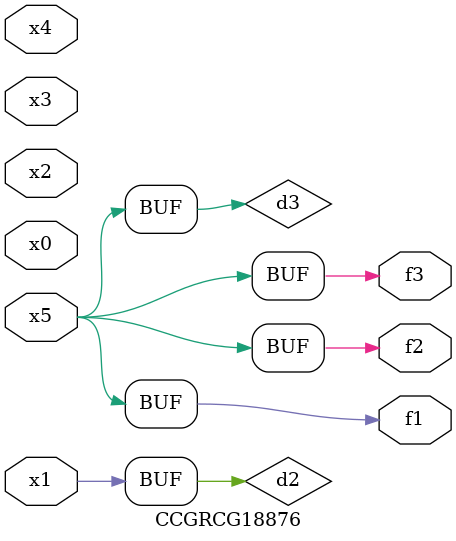
<source format=v>
module CCGRCG18876(
	input x0, x1, x2, x3, x4, x5,
	output f1, f2, f3
);

	wire d1, d2, d3;

	not (d1, x5);
	or (d2, x1);
	xnor (d3, d1);
	assign f1 = d3;
	assign f2 = d3;
	assign f3 = d3;
endmodule

</source>
